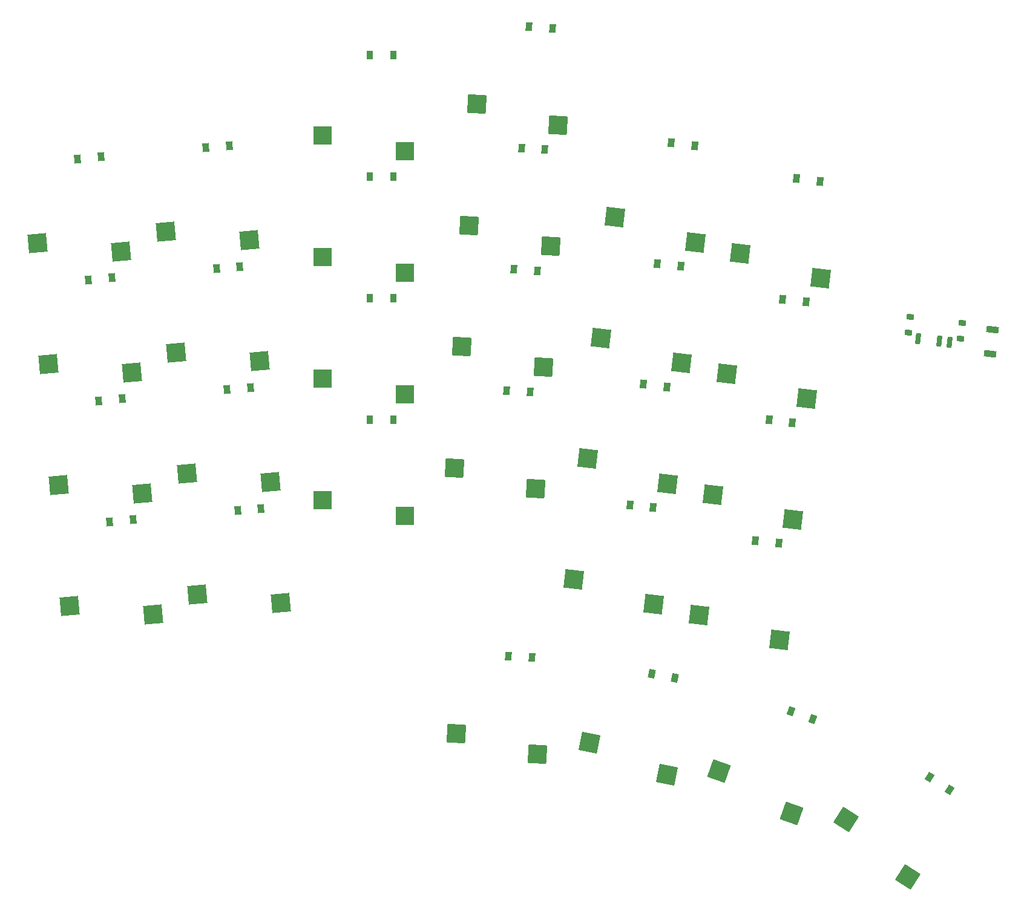
<source format=gbr>
%TF.GenerationSoftware,KiCad,Pcbnew,8.0.5-8.0.5-0~ubuntu22.04.1*%
%TF.CreationDate,2024-10-07T14:19:06+02:00*%
%TF.ProjectId,KeyboardV0,4b657962-6f61-4726-9456-302e6b696361,v1.0.0*%
%TF.SameCoordinates,Original*%
%TF.FileFunction,Paste,Bot*%
%TF.FilePolarity,Positive*%
%FSLAX46Y46*%
G04 Gerber Fmt 4.6, Leading zero omitted, Abs format (unit mm)*
G04 Created by KiCad (PCBNEW 8.0.5-8.0.5-0~ubuntu22.04.1) date 2024-10-07 14:19:06*
%MOMM*%
%LPD*%
G01*
G04 APERTURE LIST*
G04 Aperture macros list*
%AMRotRect*
0 Rectangle, with rotation*
0 The origin of the aperture is its center*
0 $1 length*
0 $2 width*
0 $3 Rotation angle, in degrees counterclockwise*
0 Add horizontal line*
21,1,$1,$2,0,0,$3*%
G04 Aperture macros list end*
%ADD10RotRect,2.600000X2.600000X185.000000*%
%ADD11R,2.600000X2.600000*%
%ADD12RotRect,2.600000X2.600000X176.500000*%
%ADD13RotRect,2.600000X2.600000X173.500000*%
%ADD14RotRect,2.600000X2.600000X168.500000*%
%ADD15RotRect,2.600000X2.600000X160.500000*%
%ADD16RotRect,2.600000X2.600000X147.500000*%
%ADD17RotRect,0.900000X1.200000X5.000000*%
%ADD18R,0.900000X1.200000*%
%ADD19RotRect,0.900000X1.200000X356.500000*%
%ADD20RotRect,0.900000X1.200000X353.500000*%
%ADD21RotRect,0.900000X1.200000X348.500000*%
%ADD22RotRect,0.900000X1.200000X340.500000*%
%ADD23RotRect,0.900000X1.200000X327.500000*%
%ADD24RotRect,0.700000X1.500000X173.500000*%
%ADD25RotRect,1.000000X0.800000X173.500000*%
%ADD26RotRect,0.900000X1.700000X83.500000*%
G04 APERTURE END LIST*
D10*
%TO.C,S1*%
X153781114Y-155641923D03*
X142083323Y-154456944D03*
%TD*%
%TO.C,S2*%
X152299466Y-138706613D03*
X140601675Y-137521634D03*
%TD*%
%TO.C,S3*%
X150817819Y-121771303D03*
X139120028Y-120586324D03*
%TD*%
%TO.C,S4*%
X149336171Y-104835993D03*
X137638380Y-103651014D03*
%TD*%
%TO.C,S5*%
X171712619Y-154073120D03*
X160014828Y-152888141D03*
%TD*%
%TO.C,S6*%
X170230971Y-137137810D03*
X158533180Y-135952831D03*
%TD*%
%TO.C,S7*%
X168749323Y-120202500D03*
X157051532Y-119017521D03*
%TD*%
%TO.C,S8*%
X167267676Y-103267190D03*
X155569885Y-102082211D03*
%TD*%
D11*
%TO.C,S9*%
X189050853Y-141816199D03*
X177500853Y-139616199D03*
%TD*%
%TO.C,S10*%
X189050853Y-124816199D03*
X177500853Y-122616199D03*
%TD*%
%TO.C,S11*%
X189050853Y-107816199D03*
X177500853Y-105616199D03*
%TD*%
%TO.C,S12*%
X189050853Y-90816199D03*
X177500853Y-88616199D03*
%TD*%
D12*
%TO.C,S13*%
X207353040Y-138025552D03*
X195958890Y-135124545D03*
%TD*%
%TO.C,S14*%
X208390866Y-121057260D03*
X196996716Y-118156253D03*
%TD*%
%TO.C,S15*%
X209428691Y-104088969D03*
X198034541Y-101187962D03*
%TD*%
%TO.C,S16*%
X210466516Y-87120677D03*
X199072366Y-84219670D03*
%TD*%
D13*
%TO.C,S17*%
X223869856Y-154221853D03*
X212643148Y-150728498D03*
%TD*%
%TO.C,S18*%
X225794311Y-137331131D03*
X214567603Y-133837776D03*
%TD*%
%TO.C,S19*%
X227718765Y-120440410D03*
X216492057Y-116947055D03*
%TD*%
%TO.C,S20*%
X229643220Y-103549688D03*
X218416512Y-100056333D03*
%TD*%
%TO.C,S21*%
X241414540Y-159240226D03*
X230187832Y-155746871D03*
%TD*%
%TO.C,S22*%
X243338994Y-142349504D03*
X232112286Y-138856149D03*
%TD*%
%TO.C,S23*%
X245263449Y-125458783D03*
X234036741Y-121965428D03*
%TD*%
%TO.C,S24*%
X247187903Y-108568061D03*
X235961195Y-105074706D03*
%TD*%
D12*
%TO.C,S25*%
X207583477Y-175208974D03*
X196189327Y-172307967D03*
%TD*%
D14*
%TO.C,S26*%
X225701924Y-178087582D03*
X214822403Y-173629048D03*
%TD*%
D15*
%TO.C,S27*%
X243161271Y-183528923D03*
X233008137Y-177599643D03*
%TD*%
D16*
%TO.C,S28*%
X259351312Y-192427890D03*
X250792200Y-184366619D03*
%TD*%
D17*
%TO.C,D1*%
X150990053Y-142384733D03*
X147702611Y-142672347D03*
%TD*%
%TO.C,D2*%
X149508405Y-125449423D03*
X146220963Y-125737037D03*
%TD*%
%TO.C,D3*%
X148026758Y-108514113D03*
X144739316Y-108801727D03*
%TD*%
%TO.C,D4*%
X146545110Y-91578803D03*
X143257668Y-91866417D03*
%TD*%
%TO.C,D5*%
X168921558Y-140815929D03*
X165634116Y-141103543D03*
%TD*%
%TO.C,D6*%
X167439910Y-123880620D03*
X164152468Y-124168234D03*
%TD*%
%TO.C,D7*%
X165958262Y-106945310D03*
X162670820Y-107232924D03*
%TD*%
%TO.C,D8*%
X164476615Y-90010000D03*
X161189173Y-90297614D03*
%TD*%
D18*
%TO.C,D9*%
X187425853Y-128366199D03*
X184125853Y-128366199D03*
%TD*%
%TO.C,D10*%
X187425853Y-111366199D03*
X184125853Y-111366199D03*
%TD*%
%TO.C,D11*%
X187425853Y-94366199D03*
X184125853Y-94366199D03*
%TD*%
%TO.C,D12*%
X187425853Y-77366199D03*
X184125853Y-77366199D03*
%TD*%
D19*
%TO.C,D13*%
X206552173Y-124501435D03*
X203258329Y-124299975D03*
%TD*%
%TO.C,D14*%
X207589999Y-107533143D03*
X204296155Y-107331683D03*
%TD*%
%TO.C,D15*%
X208627824Y-90564851D03*
X205333980Y-90363391D03*
%TD*%
%TO.C,D16*%
X209665649Y-73596560D03*
X206371805Y-73395100D03*
%TD*%
D20*
%TO.C,D17*%
X223777885Y-140674356D03*
X220499097Y-140300786D03*
%TD*%
%TO.C,D18*%
X225702340Y-123783634D03*
X222423552Y-123410064D03*
%TD*%
%TO.C,D19*%
X227626794Y-106892913D03*
X224348006Y-106519343D03*
%TD*%
%TO.C,D20*%
X229551249Y-90002191D03*
X226272461Y-89628621D03*
%TD*%
%TO.C,D21*%
X241322569Y-145692729D03*
X238043781Y-145319159D03*
%TD*%
%TO.C,D22*%
X243247023Y-128802008D03*
X239968235Y-128428438D03*
%TD*%
%TO.C,D23*%
X245171478Y-111911286D03*
X241892690Y-111537716D03*
%TD*%
%TO.C,D24*%
X247095933Y-95020565D03*
X243817145Y-94646995D03*
%TD*%
D19*
%TO.C,D25*%
X206782610Y-161684857D03*
X203488766Y-161483397D03*
%TD*%
D21*
%TO.C,D26*%
X226791046Y-164583622D03*
X223557294Y-163925708D03*
%TD*%
D22*
%TO.C,D27*%
X246119180Y-170307958D03*
X243008464Y-169206396D03*
%TD*%
D23*
%TO.C,D28*%
X265207481Y-180211163D03*
X262424289Y-178438075D03*
%TD*%
D24*
%TO.C,*%
X260792150Y-117032517D03*
X263772865Y-117372126D03*
X265263223Y-117541931D03*
D25*
X259724910Y-114032417D03*
X266977985Y-114858800D03*
X266727806Y-117054594D03*
X259474731Y-116228210D03*
%TD*%
D26*
%TO.C,*%
X270865323Y-119166550D03*
X271250213Y-115788406D03*
%TD*%
M02*

</source>
